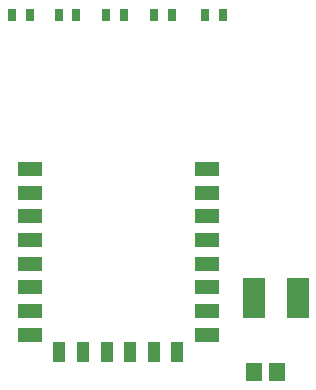
<source format=gtp>
G04*
G04 #@! TF.GenerationSoftware,Altium Limited,Altium Designer,21.6.4 (81)*
G04*
G04 Layer_Color=8421504*
%FSAX44Y44*%
%MOMM*%
G71*
G04*
G04 #@! TF.SameCoordinates,DC76A47B-B506-48B7-9AA2-343420C74FD4*
G04*
G04*
G04 #@! TF.FilePolarity,Positive*
G04*
G01*
G75*
%ADD15R,2.0000X1.2000*%
%ADD16R,1.1000X1.7000*%
%ADD17R,0.7500X1.0000*%
%ADD18R,1.8526X3.5042*%
%ADD19R,1.4000X1.5000*%
D15*
X00179000Y00838350D02*
D03*
Y00818350D02*
D03*
Y00798350D02*
D03*
Y00778350D02*
D03*
Y00758350D02*
D03*
Y00738350D02*
D03*
Y00718350D02*
D03*
Y00698350D02*
D03*
X00329000D02*
D03*
Y00718350D02*
D03*
Y00738350D02*
D03*
Y00758350D02*
D03*
Y00778350D02*
D03*
Y00798350D02*
D03*
Y00818350D02*
D03*
Y00838350D02*
D03*
D16*
X00204000Y00683350D02*
D03*
X00224000D02*
D03*
X00244000D02*
D03*
X00264000D02*
D03*
X00284000D02*
D03*
X00304000D02*
D03*
D17*
X00178950Y00969010D02*
D03*
X00163950D02*
D03*
X00342780D02*
D03*
X00327780D02*
D03*
X00299600D02*
D03*
X00284600D02*
D03*
X00258960D02*
D03*
X00243960D02*
D03*
X00218440D02*
D03*
X00203440D02*
D03*
D18*
X00368598Y00728980D02*
D03*
X00406102D02*
D03*
D19*
X00368960Y00666750D02*
D03*
X00387960D02*
D03*
M02*

</source>
